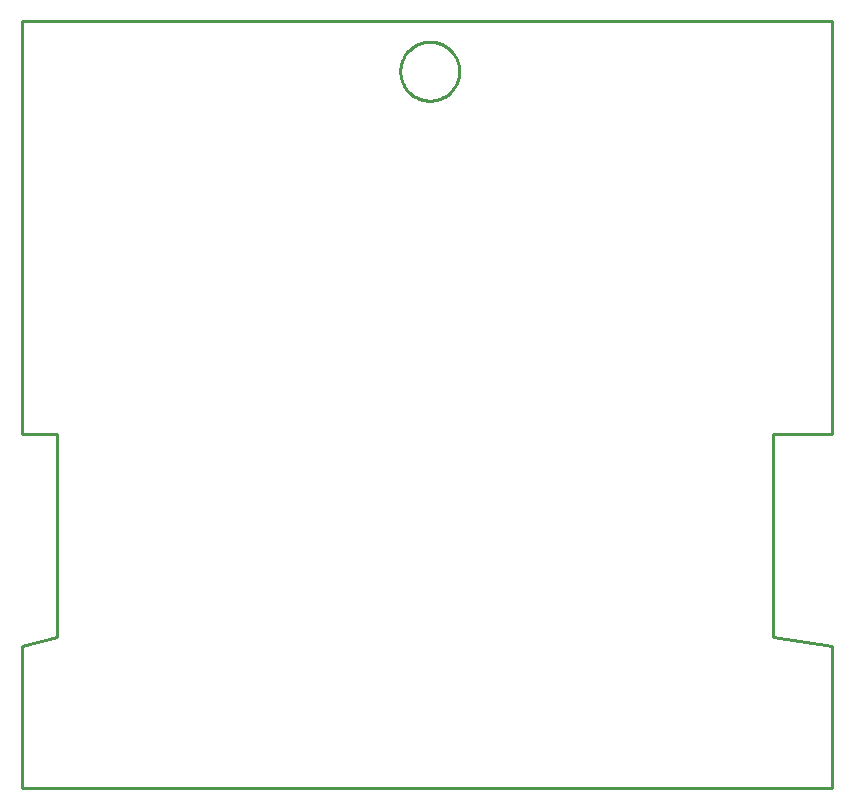
<source format=gbr>
G04 EAGLE Gerber RS-274X export*
G75*
%MOMM*%
%FSLAX34Y34*%
%LPD*%
%IN*%
%IPPOS*%
%AMOC8*
5,1,8,0,0,1.08239X$1,22.5*%
G01*
%ADD10C,0.000000*%
%ADD11C,0.254000*%


D10*
X0Y0D02*
X686000Y0D01*
X686000Y120000D01*
X636000Y127620D01*
X636000Y300000D01*
X685800Y300000D01*
X686000Y650000D01*
X0Y650000D01*
X0Y300000D01*
X30000Y300000D01*
X30000Y127620D01*
X0Y120000D01*
X0Y0D01*
X320440Y607060D02*
X320448Y607674D01*
X320470Y608287D01*
X320508Y608899D01*
X320560Y609510D01*
X320628Y610120D01*
X320711Y610728D01*
X320808Y611334D01*
X320920Y611937D01*
X321047Y612538D01*
X321189Y613135D01*
X321346Y613728D01*
X321516Y614317D01*
X321702Y614902D01*
X321901Y615482D01*
X322115Y616057D01*
X322343Y616627D01*
X322585Y617191D01*
X322840Y617749D01*
X323109Y618300D01*
X323392Y618845D01*
X323688Y619382D01*
X323997Y619913D01*
X324319Y620435D01*
X324653Y620949D01*
X325000Y621455D01*
X325360Y621952D01*
X325731Y622441D01*
X326115Y622920D01*
X326510Y623389D01*
X326916Y623849D01*
X327334Y624299D01*
X327762Y624738D01*
X328201Y625166D01*
X328651Y625584D01*
X329111Y625990D01*
X329580Y626385D01*
X330059Y626769D01*
X330548Y627140D01*
X331045Y627500D01*
X331551Y627847D01*
X332065Y628181D01*
X332587Y628503D01*
X333118Y628812D01*
X333655Y629108D01*
X334200Y629391D01*
X334751Y629660D01*
X335309Y629915D01*
X335873Y630157D01*
X336443Y630385D01*
X337018Y630599D01*
X337598Y630798D01*
X338183Y630984D01*
X338772Y631154D01*
X339365Y631311D01*
X339962Y631453D01*
X340563Y631580D01*
X341166Y631692D01*
X341772Y631789D01*
X342380Y631872D01*
X342990Y631940D01*
X343601Y631992D01*
X344213Y632030D01*
X344826Y632052D01*
X345440Y632060D01*
X346054Y632052D01*
X346667Y632030D01*
X347279Y631992D01*
X347890Y631940D01*
X348500Y631872D01*
X349108Y631789D01*
X349714Y631692D01*
X350317Y631580D01*
X350918Y631453D01*
X351515Y631311D01*
X352108Y631154D01*
X352697Y630984D01*
X353282Y630798D01*
X353862Y630599D01*
X354437Y630385D01*
X355007Y630157D01*
X355571Y629915D01*
X356129Y629660D01*
X356680Y629391D01*
X357225Y629108D01*
X357762Y628812D01*
X358293Y628503D01*
X358815Y628181D01*
X359329Y627847D01*
X359835Y627500D01*
X360332Y627140D01*
X360821Y626769D01*
X361300Y626385D01*
X361769Y625990D01*
X362229Y625584D01*
X362679Y625166D01*
X363118Y624738D01*
X363546Y624299D01*
X363964Y623849D01*
X364370Y623389D01*
X364765Y622920D01*
X365149Y622441D01*
X365520Y621952D01*
X365880Y621455D01*
X366227Y620949D01*
X366561Y620435D01*
X366883Y619913D01*
X367192Y619382D01*
X367488Y618845D01*
X367771Y618300D01*
X368040Y617749D01*
X368295Y617191D01*
X368537Y616627D01*
X368765Y616057D01*
X368979Y615482D01*
X369178Y614902D01*
X369364Y614317D01*
X369534Y613728D01*
X369691Y613135D01*
X369833Y612538D01*
X369960Y611937D01*
X370072Y611334D01*
X370169Y610728D01*
X370252Y610120D01*
X370320Y609510D01*
X370372Y608899D01*
X370410Y608287D01*
X370432Y607674D01*
X370440Y607060D01*
X370432Y606446D01*
X370410Y605833D01*
X370372Y605221D01*
X370320Y604610D01*
X370252Y604000D01*
X370169Y603392D01*
X370072Y602786D01*
X369960Y602183D01*
X369833Y601582D01*
X369691Y600985D01*
X369534Y600392D01*
X369364Y599803D01*
X369178Y599218D01*
X368979Y598638D01*
X368765Y598063D01*
X368537Y597493D01*
X368295Y596929D01*
X368040Y596371D01*
X367771Y595820D01*
X367488Y595275D01*
X367192Y594738D01*
X366883Y594207D01*
X366561Y593685D01*
X366227Y593171D01*
X365880Y592665D01*
X365520Y592168D01*
X365149Y591679D01*
X364765Y591200D01*
X364370Y590731D01*
X363964Y590271D01*
X363546Y589821D01*
X363118Y589382D01*
X362679Y588954D01*
X362229Y588536D01*
X361769Y588130D01*
X361300Y587735D01*
X360821Y587351D01*
X360332Y586980D01*
X359835Y586620D01*
X359329Y586273D01*
X358815Y585939D01*
X358293Y585617D01*
X357762Y585308D01*
X357225Y585012D01*
X356680Y584729D01*
X356129Y584460D01*
X355571Y584205D01*
X355007Y583963D01*
X354437Y583735D01*
X353862Y583521D01*
X353282Y583322D01*
X352697Y583136D01*
X352108Y582966D01*
X351515Y582809D01*
X350918Y582667D01*
X350317Y582540D01*
X349714Y582428D01*
X349108Y582331D01*
X348500Y582248D01*
X347890Y582180D01*
X347279Y582128D01*
X346667Y582090D01*
X346054Y582068D01*
X345440Y582060D01*
X344826Y582068D01*
X344213Y582090D01*
X343601Y582128D01*
X342990Y582180D01*
X342380Y582248D01*
X341772Y582331D01*
X341166Y582428D01*
X340563Y582540D01*
X339962Y582667D01*
X339365Y582809D01*
X338772Y582966D01*
X338183Y583136D01*
X337598Y583322D01*
X337018Y583521D01*
X336443Y583735D01*
X335873Y583963D01*
X335309Y584205D01*
X334751Y584460D01*
X334200Y584729D01*
X333655Y585012D01*
X333118Y585308D01*
X332587Y585617D01*
X332065Y585939D01*
X331551Y586273D01*
X331045Y586620D01*
X330548Y586980D01*
X330059Y587351D01*
X329580Y587735D01*
X329111Y588130D01*
X328651Y588536D01*
X328201Y588954D01*
X327762Y589382D01*
X327334Y589821D01*
X326916Y590271D01*
X326510Y590731D01*
X326115Y591200D01*
X325731Y591679D01*
X325360Y592168D01*
X325000Y592665D01*
X324653Y593171D01*
X324319Y593685D01*
X323997Y594207D01*
X323688Y594738D01*
X323392Y595275D01*
X323109Y595820D01*
X322840Y596371D01*
X322585Y596929D01*
X322343Y597493D01*
X322115Y598063D01*
X321901Y598638D01*
X321702Y599218D01*
X321516Y599803D01*
X321346Y600392D01*
X321189Y600985D01*
X321047Y601582D01*
X320920Y602183D01*
X320808Y602786D01*
X320711Y603392D01*
X320628Y604000D01*
X320560Y604610D01*
X320508Y605221D01*
X320470Y605833D01*
X320448Y606446D01*
X320440Y607060D01*
D11*
X0Y0D02*
X686000Y0D01*
X686000Y120000D01*
X636000Y127620D01*
X636000Y300000D01*
X685800Y300000D01*
X686000Y650000D01*
X0Y650000D01*
X0Y300000D01*
X30000Y300000D01*
X30000Y127620D01*
X0Y120000D01*
X0Y0D01*
X370440Y606359D02*
X370361Y604958D01*
X370204Y603564D01*
X369969Y602181D01*
X369657Y600813D01*
X369269Y599465D01*
X368805Y598141D01*
X368269Y596845D01*
X367660Y595581D01*
X366981Y594353D01*
X366235Y593165D01*
X365423Y592021D01*
X364548Y590924D01*
X363614Y589878D01*
X362622Y588886D01*
X361576Y587952D01*
X360479Y587077D01*
X359335Y586265D01*
X358147Y585519D01*
X356919Y584840D01*
X355655Y584231D01*
X354359Y583695D01*
X353035Y583231D01*
X351687Y582843D01*
X350319Y582531D01*
X348936Y582296D01*
X347542Y582139D01*
X346141Y582060D01*
X344739Y582060D01*
X343338Y582139D01*
X341944Y582296D01*
X340561Y582531D01*
X339193Y582843D01*
X337845Y583231D01*
X336521Y583695D01*
X335225Y584231D01*
X333961Y584840D01*
X332733Y585519D01*
X331545Y586265D01*
X330401Y587077D01*
X329304Y587952D01*
X328258Y588886D01*
X327266Y589878D01*
X326332Y590924D01*
X325457Y592021D01*
X324645Y593165D01*
X323899Y594353D01*
X323220Y595581D01*
X322611Y596845D01*
X322075Y598141D01*
X321611Y599465D01*
X321223Y600813D01*
X320911Y602181D01*
X320676Y603564D01*
X320519Y604958D01*
X320440Y606359D01*
X320440Y607761D01*
X320519Y609162D01*
X320676Y610556D01*
X320911Y611939D01*
X321223Y613307D01*
X321611Y614655D01*
X322075Y615979D01*
X322611Y617275D01*
X323220Y618539D01*
X323899Y619767D01*
X324645Y620955D01*
X325457Y622099D01*
X326332Y623196D01*
X327266Y624242D01*
X328258Y625234D01*
X329304Y626168D01*
X330401Y627043D01*
X331545Y627855D01*
X332733Y628601D01*
X333961Y629280D01*
X335225Y629889D01*
X336521Y630425D01*
X337845Y630889D01*
X339193Y631277D01*
X340561Y631589D01*
X341944Y631824D01*
X343338Y631981D01*
X344739Y632060D01*
X346141Y632060D01*
X347542Y631981D01*
X348936Y631824D01*
X350319Y631589D01*
X351687Y631277D01*
X353035Y630889D01*
X354359Y630425D01*
X355655Y629889D01*
X356919Y629280D01*
X358147Y628601D01*
X359335Y627855D01*
X360479Y627043D01*
X361576Y626168D01*
X362622Y625234D01*
X363614Y624242D01*
X364548Y623196D01*
X365423Y622099D01*
X366235Y620955D01*
X366981Y619767D01*
X367660Y618539D01*
X368269Y617275D01*
X368805Y615979D01*
X369269Y614655D01*
X369657Y613307D01*
X369969Y611939D01*
X370204Y610556D01*
X370361Y609162D01*
X370440Y607761D01*
X370440Y606359D01*
M02*

</source>
